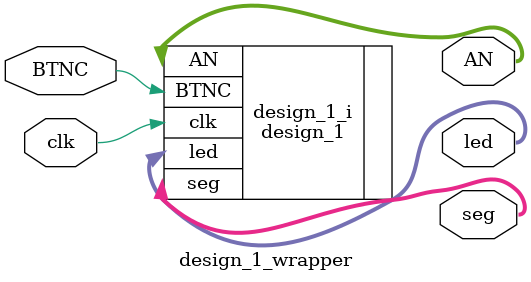
<source format=v>
`timescale 1 ps / 1 ps

module design_1_wrapper
   (AN,
    BTNC,
    clk,
    led,
    seg);
  output [7:0]AN;
  input BTNC;
  input clk;
  output [9:0]led;
  output [6:0]seg;

  wire [7:0]AN;
  wire BTNC;
  wire clk;
  wire [9:0]led;
  wire [6:0]seg;

  design_1 design_1_i
       (.AN(AN),
        .BTNC(BTNC),
        .clk(clk),
        .led(led),
        .seg(seg));
endmodule

</source>
